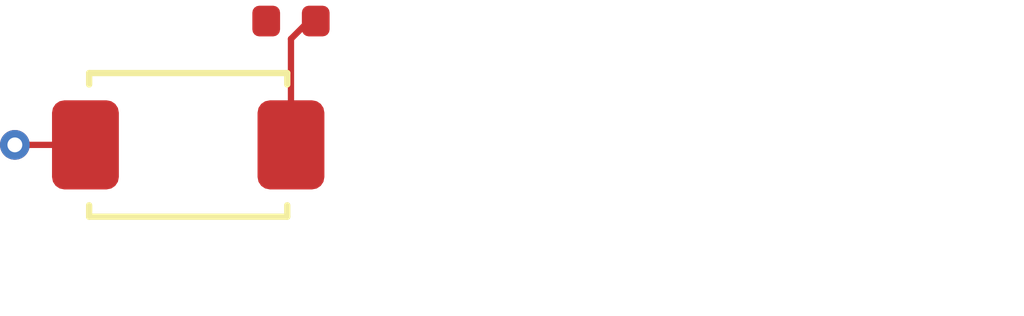
<source format=kicad_pcb>
(kicad_pcb (version 20241229) (generator "pcbnew") (generator_version "9.0")
  (layers (0 "F.Cu" signal) (4 "In1.Cu" signal) (6 "In2.Cu" signal) (2 "B.Cu" signal) (13 "F.Paste" user) (15 "B.Paste" user) (5 "F.SilkS" user "F.Silkscreen") (7 "B.SilkS" user "B.Silkscreen") (1 "F.Mask" user) (3 "B.Mask" user) (25 "Edge.Cuts" user))
  (net 0 "")
  (net 1 "GND")
  (net 2 "+3.3V")
  (net 3 "/Upcounter")
  (footprint "PCM_JLCPCB:SW_TS-1088-AR02016" (layer "F.Cu") (at 197.95 110.45)
    (property "Reference" "S1" (hide yes))
    (property "Value" "Tactile Button, 160gf")
    (fp_line (start -2 -1.45) (end 2 -1.45) (stroke (width 0.127)) (layer "F.SilkS"))
    (fp_line (start -2 -1.22) (end -2 -1.45) (stroke (width 0.127)) (layer "F.SilkS"))
    (fp_line (start -2 1.45) (end -2 1.22) (stroke (width 0.127)) (layer "F.SilkS"))
    (fp_line (start 2 -1.45) (end 2 -1.22) (stroke (width 0.127)) (layer "F.SilkS"))
    (fp_line (start 2 1.45) (end -2 1.45) (stroke (width 0.127)) (layer "F.SilkS"))
    (fp_line (start 2 1.45) (end 2 1.22) (stroke (width 0.127)) (layer "F.SilkS"))
    (pad "1" smd roundrect (at -2.075 0) (size 1.35 1.8) (layers "F.Cu" "F.Mask" "F.Paste") (roundrect_rratio 0.1851851852) (net 1 "GND"))
    (pad "2" smd roundrect (at 2.075 0) (size 1.35 1.8) (layers "F.Cu" "F.Mask" "F.Paste") (roundrect_rratio 0.1851851852) (net 3 "/Upcounter"))
  )
  (footprint "PCM_JLCPCB:R_0402" (layer "F.Cu") (at 200.025 107.95)
    (property "Reference" "R1" (hide yes))
    (property "Value" "10kΩ" (hide yes))
    (pad "1" smd roundrect (at -0.5 0) (size 0.56 0.62) (layers "F.Cu" "F.Mask" "F.Paste") (net 2 "+3.3V"))
    (pad "2" smd roundrect (at 0.5 0) (size 0.56 0.62) (layers "F.Cu" "F.Mask" "F.Paste") (net 3 "/Upcounter"))
  )
  (segment (start 195.875 110.45) (end 194.45 110.45) (width 0.127) (layer "F.Cu") (net 1))
  (via (at 194.45 110.45) (size 0.6) (drill 0.3) (layers "F.Cu" "B.Cu") (net 1))
  (segment (start 200.025 110.45) (end 200.025 108.3105) (width 0.127) (layer "F.Cu") (net 3))
  (segment (start 200.025 108.3105) (end 200.3855 107.95) (width 0.127) (layer "F.Cu") (net 3))
)
</source>
